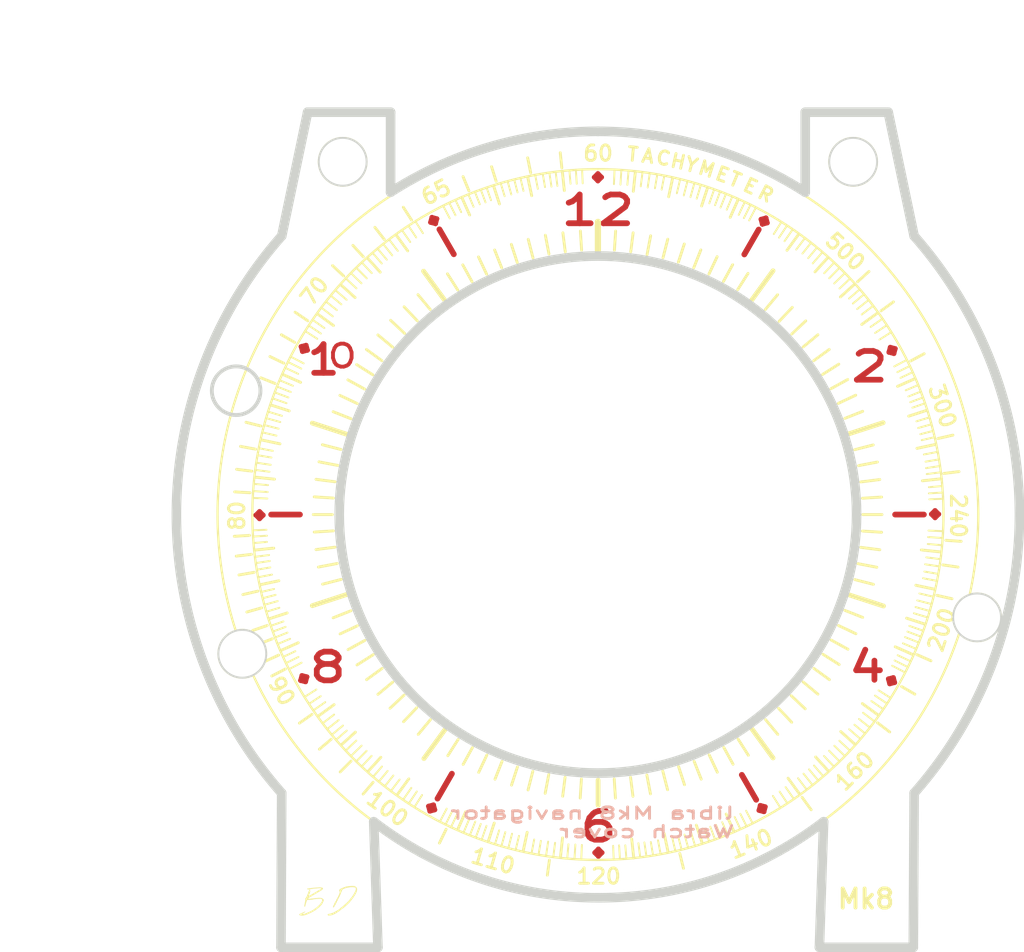
<source format=kicad_pcb>
(kicad_pcb (version 20211014) (generator pcbnew)
  (layers (0 "F.Cu" signal) (31 "B.Cu" signal) (34 "B.Paste" user) (35 "F.Paste" user) (36 "B.SilkS" user "B.Silkscreen") (37 "F.SilkS" user "F.Silkscreen") (38 "B.Mask" user) (39 "F.Mask" user) (44 "Edge.Cuts" user))
  (net 0 "")
  (footprint "BartLib_Logo:BD_small 3.5x2.6" (layer "F.Cu") (at 137.069147 115.256866)
    (fp_text reference "G***" hide)
    (fp_text value "LOGO" hide)
  )
  (gr_circle (center 164.46 76.68) (end 165.66 76.68) (layer "F.SilkS") (width 0.2) (fill none))
  (gr_circle (center 151.14 95.1) (end 152.41 77.11) (layer "F.SilkS") (width 0.12) (fill none))
  (gr_circle (center 151.14 95.1) (end 151.01 75.25) (layer "F.SilkS") (width 0.12) (fill none))
  (gr_circle (center 170.93 100.47) (end 172.13 100.47) (layer "F.SilkS") (width 0.2) (fill none))
  (gr_circle (center 132.58 102.37) (end 133.78 102.37) (layer "F.SilkS") (width 0.2) (fill none))
  (gr_circle (center 137.82 76.68) (end 139.02 76.68) (layer "F.SilkS") (width 0.2) (fill none))
  (gr_arc (start 167.643267 80.553709) (mid 173.138918 95.100001) (end 167.643266 109.646293) (layer "Edge.Cuts") (width 0.5))
  (gr_arc (start 151.18 115.11) (mid 144.981345 114.096892) (end 139.44 111.14) (layer "Edge.Cuts") (width 0.5))
  (gr_line (start 162.92 111.14) (end 162.7 117.7) (layer "Edge.Cuts") (width 0.5))
  (gr_arc (start 151.14 75.09) (mid 156.77909 75.901022) (end 161.961066 78.268344) (layer "Edge.Cuts") (width 0.5))
  (gr_circle (center 151.14 95.1) (end 164.64 95.1) (layer "Edge.Cuts") (width 0.5) (fill none))
  (gr_line (start 166.29 74.09) (end 167.643267 80.553709) (layer "Edge.Cuts") (width 0.5))
  (gr_circle (center 132.58 102.37) (end 133.78 102.37) (layer "Edge.Cuts") (width 0.2) (fill none))
  (gr_line (start 167.643266 109.646293) (end 167.6 117.7) (layer "Edge.Cuts") (width 0.5))
  (gr_line (start 140.32 74.09) (end 140.32 78.27) (layer "Edge.Cuts") (width 0.5))
  (gr_line (start 140.32 74.09) (end 135.99 74.09) (layer "Edge.Cuts") (width 0.5))
  (gr_circle (center 170.93 100.47) (end 172.13 100.47) (layer "Edge.Cuts") (width 0.2) (fill none))
  (gr_line (start 161.96 74.09) (end 161.96 78.27) (layer "Edge.Cuts") (width 0.5))
  (gr_line (start 139.66 117.7) (end 134.6 117.7) (layer "Edge.Cuts") (width 0.5))
  (gr_arc (start 162.92 111.14) (mid 157.378655 114.096893) (end 151.18 115.11) (layer "Edge.Cuts") (width 0.5))
  (gr_line (start 139.66 117.7) (end 139.44 111.14) (layer "Edge.Cuts") (width 0.5))
  (gr_line (start 162.7 117.7) (end 167.6 117.7) (layer "Edge.Cuts") (width 0.5))
  (gr_arc (start 140.318935 78.268344) (mid 145.500911 75.901022) (end 151.14 75.09) (layer "Edge.Cuts") (width 0.5))
  (gr_line (start 134.636734 109.646293) (end 134.6 117.7) (layer "Edge.Cuts") (width 0.5))
  (gr_line (start 135.99 74.09) (end 134.640001 80.550001) (layer "Edge.Cuts") (width 0.5))
  (gr_circle (center 137.82 76.68) (end 139.02 76.68) (layer "Edge.Cuts") (width 0.2) (fill none))
  (gr_arc (start 134.636734 109.646293) (mid 129.141081 95.09753) (end 134.640001 80.550001) (layer "Edge.Cuts") (width 0.5))
  (gr_circle (center 164.46 76.68) (end 165.66 76.68) (layer "Edge.Cuts") (width 0.2) (fill none))
  (gr_circle (center 132.259998 88.631545) (end 133.529998 88.631545) (layer "Edge.Cuts") (width 0.2) (fill none))
  (gr_line (start 161.96 74.09) (end 166.29 74.09) (layer "Edge.Cuts") (width 0.5))
  (gr_text "I" (at 167.33 95.1 -90) (layer "F.Cu") (effects (font (size 1.5 2) (thickness 0.3))))
  (gr_text "." (at 167.9189 85.7068 -60) (layer "F.Cu") (effects (font (size 4 4) (thickness 0.25))))
  (gr_text "." (at 151.1654 111.1079) (layer "F.Cu") (effects (font (size 4 4) (thickness 0.25))))
  (gr_text "1" (at 136.82 87.02) (layer "F.Cu") (effects (font (size 1.5 1.7) (thickness 0.3))))
  (gr_text "I" (at 158.99 109.28 210) (layer "F.Cu") (effects (font (size 1.5 2) (thickness 0.3))))
  (gr_text "8" (at 137.04 103.08) (layer "F.Cu") (effects (font (size 1.5 2) (thickness 0.3))))
  (gr_text "." (at 135.1275 95.1302 -90) (layer "F.Cu") (effects (font (size 4 4) (thickness 0.25))))
  (gr_text "." (at 134.3611 104.4932 120) (layer "F.Cu") (effects (font (size 4 4) (thickness 0.25))))
  (gr_text "." (at 151.14 75.84) (layer "F.Cu") (effects (font (size 4 4) (thickness 0.25))))
  (gr_text "." (at 141.7468 78.3211 30) (layer "F.Cu") (effects (font (size 4 4) (thickness 0.25))))
  (gr_text "2" (at 165.32 87.38) (layer "F.Cu") (effects (font (size 1.5 2) (thickness 0.3))))
  (gr_text "." (at 170.3827 95.0794 -90) (layer "F.Cu") (effects (font (size 4 4) (thickness 0.25))))
  (gr_text "." (at 160.5332 111.8789 210) (layer "F.Cu") (effects (font (size 4 4) (thickness 0.25))))
  (gr_text "4" (at 165.19 103.05) (layer "F.Cu") (effects (font (size 1.5 2) (thickness 0.3))))
  (gr_text "I" (at 143.18 109.22 150) (layer "F.Cu") (effects (font (size 1.5 2) (thickness 0.3))))
  (gr_text "." (at 141.64 111.85 150) (layer "F.Cu") (effects (font (size 4 4) (thickness 0.25))))
  (gr_text "." (at 160.64 78.35 -30) (layer "F.Cu") (effects (font (size 4 4) (thickness 0.25))))
  (gr_text "I" (at 143.28 80.92 30) (layer "F.Cu") (effects (font (size 1.5 2) (thickness 0.3))))
  (gr_text "I" (at 134.91 95.1 90) (layer "F.Cu") (effects (font (size 1.5 2) (thickness 0.3))))
  (gr_text "0" (at 137.8 86.83) (layer "F.Cu") (effects (font (size 1.2 1.7) (thickness 0.2))))
  (gr_text "I" (at 159.12 80.93 -30) (layer "F.Cu") (effects (font (size 1.5 2) (thickness 0.3))))
  (gr_text "6" (at 151.17 111.4) (layer "F.Cu") (effects (font (size 1.5 2) (thickness 0.3))))
  (gr_text "." (at 167.89 104.6 240) (layer "F.Cu") (effects (font (size 4 4) (thickness 0.25))))
  (gr_text "." (at 134.39 85.6 60) (layer "F.Cu") (effects (font (size 4 4) (thickness 0.25))))
  (gr_text "12" (at 151.14 79.21) (layer "F.Cu") (effects (font (size 1.5 2) (thickness 0.3))))
  (gr_text "libra Mk8 navigator\nWatch cover" (at 158.36 111.18) (layer "B.SilkS") (effects (font (size 0.6 1)) (justify left mirror)))
  (gr_text "I" (at 167.0553 87.5229 -63.6) (layer "F.SilkS") (effects (font (size 0.7 0.8) (thickness 0.1))))
  (gr_text "I" (at 168.6739 96.6643 265.2) (layer "F.SilkS") (effects (font (size 0.7 0.8) (thickness 0.1))))
  (gr_text "I" (at 141.2191 109.6367 145.2) (layer "F.SilkS") (effects (font (size 0.7 0.8) (thickness 0.1))))
  (gr_text "I" (at 149.37 109.27 172.8) (layer "F.SilkS") (effects (font (size 1 0.8))))
  (gr_text "I" (at 167.0737 102.5825 244.8) (layer "F.SilkS") (effects (font (size 0.7 0.8) (thickness 0.1))))
  (gr_text "I" (at 167.6395 88.8183 -68.4) (layer "F.SilkS") (effects (font (size 0.7 0.8) (thickness 0.1))))
  (gr_text "I" (at 147.56 76.9 -348.6) (layer "F.SilkS") (effects (font (size 0.8 0.8))))
  (gr_text "I" (at 141.1626 80.6071 34.8) (layer "F.SilkS") (effects (font (size 0.7 0.8) (thickness 0.1))))
  (gr_text "I" (at 138.17 89.11 64.8) (layer "F.SilkS") (effects (font (size 1 0.8))))
  (gr_text "I" (at 146.5785 112.0751 165.6) (layer "F.SilkS") (effects (font (size 0.7 0.8) (thickness 0.1))))
  (gr_text "70" (at 136.35 83.43 -308.4) (layer "F.SilkS") (effects (font (size 0.8 0.8))))
  (gr_text "I" (at 168.6174 92.9458 -82.8) (layer "F.SilkS") (effects (font (size 0.7 0.8) (thickness 0.1))))
  (gr_text "I" (at 134.584 89.1796 70.8) (layer "F.SilkS") (effects (font (size 0.7 0.8) (thickness 0.1))))
  (gr_text "I" (at 144.8583 78.6005 21.6) (layer "F.SilkS") (effects (font (size 0.7 0.8) (thickness 0.1))))
  (gr_text "I" (at 165.31 93.34 277.2) (layer "F.SilkS") (effects (font (size 1 0.8))))
  (gr_text "300" (at 169.12 89.44 -72) (layer "F.SilkS") (effects (font (size 0.8 0.8))))
  (gr_text "160" (at 164.54 108.49 -315) (layer "F.SilkS") (effects (font (size 0.8 0.8))))
  (gr_text "I" (at 165.4 94.22 273.6) (layer "F.SilkS") (effects (font (size 1 0.8))))
  (gr_text "I" (at 136.4058 104.7599 123.6) (layer "F.SilkS") (effects (font (size 0.7 0.8) (thickness 0.1))))
  (gr_text "I" (at 135.3714 87.3381 63.6) (layer "F.SilkS") (effects (font (size 0.7 0.8) (thickness 0.1))))
  (gr_text "I" (at 157.1169 111.7011 200.4) (layer "F.SilkS") (effects (font (size 0.7 0.8) (thickness 0.1))))
  (gr_text "I" (at 143.6 107.23 147.6) (layer "F.SilkS") (effects (font (size 1 0.8))))
  (gr_text "I" (at 152.2655 112.6917 183.6) (layer "F.SilkS") (effects (font (size 0.7 0.8) (thickness 0.1))))
  (gr_text "I" (at 147.9444 77.775 10.8) (layer "F.SilkS") (effects (font (size 0.7 0.8) (thickness 0.1))))
  (gr_text "I" (at 139.1109 107.9349 136.8) (layer "F.SilkS") (effects (font (size 0.7 0.8) (thickness 0.1))))
  (gr_text "I" (at 149.22 76.64 -354) (layer "F.SilkS") (effects (font (size 0.8 0.8))))
  (gr_text "I" (at 137.09 97.74 100.8) (layer "F.SilkS") (effects (font (size 1 0.8))))
  (gr_text "I" (at 132.92 91.62 -280.5) (layer "F.SilkS") (effects (font (size 0.8 0.8))))
  (gr_text "I" (at 157.4217 111.5995 201.6) (layer "F.SilkS") (effects (font (size 0.7 0.8) (thickness 0.1))))
  (gr_text "I" (at 151.14 80.64) (layer "F.SilkS") (effects (font (size 1.5 1.5) (thickness 0.325))))
  (gr_text "I" (at 136.9716 84.9632 54) (layer "F.SilkS") (effects (font (size 1 0.8))))
  (gr_text "I" (at 139.4735 82.1057 42) (layer "F.SilkS") (effects (font (size 1 0.8))))
  (gr_text "I" (at 143.06 111.86 -205.8) (layer "F.SilkS") (effects (font (size 0.8 0.8))))
  (gr_text "C" (at 154.56 76.49 350) (layer "F.SilkS") (effects (font (size 0.7 0.7))))
  (gr_text "I" (at 154.16988 77.74644 -9.6) (layer "F.SilkS") (effects (font (size 0.7 0.8) (thickness 0.1))))
  (gr_text "I" (at 144.27 77.86 -337.5) (layer "F.SilkS") (effects (font (size 0.8 0.8))))
  (gr_text "I" (at 162.78 103.4 234) (layer "F.SilkS") (effects (font (size 1 0.8))))
  (gr_text "I" (at 159.64 83.25 324) (layer "F.SilkS") (effects (font (size 2 1.5) (thickness 0.25))))
  (gr_text "60" (at 151.15 76.24) (layer "F.SilkS") (effects (font (size 0.8 0.8))))
  (gr_text "I" (at 158.9019 79.3314 -26.4) (layer "F.SilkS") (effects (font (size 0.7 0.8) (thickness 0.1))))
  (gr_text "I" (at 136.97 96.86 97.2) (layer "F.SilkS") (effects (font (size 1 0.8))))
  (gr_text "I" (at 141.22 79.42 -327.3) (layer "F.SilkS") (effects (font (size 0.8 0.8))))
  (gr_text "I" (at 155.4151 112.2345 194.4) (layer "F.SilkS") (effects (font (size 0.7 0.8) (thickness 0.1))))
  (gr_text "I" (at 169.66 96.47 -93.9) (layer "F.SilkS") (effects (font (size 0.8 0.8))))
  (gr_text "I" (at 133.5483 96.5557 94.8) (layer "F.SilkS") (effects (font (size 0.7 0.8) (thickness 0.1))))
  (gr_text "I" (at 136.6033 85.1791 55.2) (layer "F.SilkS") (effects (font (size 0.7 0.8) (thickness 0.1))))
  (gr_text "I" (at 133.7458 92.4562 81.6) (layer "F.SilkS") (effects (font (size 0.7 0.8) (thickness 0.1))))
  (gr_text "I" (at 134.5389 101.0769 110.4) (layer "F.SilkS") (effects (font (size 0.7 0.8) (thickness 0.1))))
  (gr_text "I" (at 148.6683 77.6607 8.4) (layer "F.SilkS") (effects (font (size 0.7 0.8) (thickness 0.1))))
  (gr_text "I" (at 145.95 81.79 21.6) (layer "F.SilkS") (effects (font (size 1 0.8))))
  (gr_text "I" (at 142.68 83.27 36) (layer "F.SilkS") (effects (font (size 2 1.5) (thickness 0.25))))
  (gr_text "I" (at 158.6225 79.1663 -25.2) (layer "F.SilkS") (effects (font (size 0.7 0.8) (thickness 0.1))))
  (gr_text "I" (at 166.1028 85.7957 -57.6) (layer "F.SilkS") (effects (font (size 0.7 0.8) (thickness 0.1))))
  (gr_text "65" (at 142.69 78.27 -332.4) (layer "F.SilkS") (effects (font (size 0.8 0.8))))
  (gr_text "I" (at 137.83 100.29 111.6) (layer "F.SilkS") (effects (font (size 1 0.8))))
  (gr_text "I" (at 137.3 98.6 104.4) (layer "F.SilkS") (effects (font (size 1 0.8))))
  (gr_text "I" (at 151.15 109.56 180) (layer "F.SilkS") (effects (font (size 1.3 1.5) (thickness 0.25))))
  (gr_text "I" (at 165.6767 105.0209 235.2) (layer "F.SilkS") (effects (font (size 0.7 0.8) (thickness 0.1))))
  (gr_text "I" (at 148.49 109.12 169.2) (layer "F.SilkS") (effects (font (size 1 0.8))))
  (gr_text "I" (at 163.1621 107.9419 223.2) (layer "F.SilkS") (effects (font (size 0.7 0.8) (thickness 0.1))))
  (gr_text "I" (at 139.01 87.56 57.6) (layer "F.SilkS") (effects (font (size 1 0.8))))
  (gr_text "I" (at 159.1813 79.4584 -27.6) (layer "F.SilkS") (effects (font (size 0.7 0.8) (thickness 0.1))))
  (gr_text "I" (at 139.9618 108.735 140.4) (layer "F.SilkS") (effects (font (size 0.7 0.8) (thickness 0.1))))
  (gr_text "I" (at 153.78 109.15 190.8) (layer "F.SilkS") (effects (font (size 1 0.8))))
  (gr_text "I" (at 149.2455 112.4307 174) (layer "F.SilkS") (effects (font (size 1 0.8))))
  (gr_text "I" (at 145.15 108.07 154.8) (layer "F.SilkS") (effects (font (size 1 0.8))))
  (gr_text "I" (at 137.2637 84.2266 51.6) (layer "F.SilkS") (effects (font (size 0.7 0.8) (thickness 0.1))))
  (gr_text "I" (at 168.2745 90.8249 -75.6) (layer "F.SilkS") (effects (font (size 0.7 0.8) (thickness 0.1))))
  (gr_text "I" (at 133.81 101.72 -248.4) (layer "F.SilkS") (effects (font (size 0.8 0.8))))
  (gr_text "I" (at 137.27 90.66 72) (layer "F.SilkS") (effects (font (size 2 1.5) (thickness 0.25))))
  (gr_text "I" (at 157.13 82.13 334.8) (layer "F.SilkS") (effects (font (size 1 0.8))))
  (gr_text "I" (at 136.88 95.98 93.6) (layer "F.SilkS") (effects (font (size 1 0.8))))
  (gr_text "I" (at 157.7519 111.4598 202.8) (layer "F.SilkS") (effects (font (size 0.7 0.8) (thickness 0.1))))
  (gr_text "I" (at 133.77 96.9 96) (layer "F.SilkS") (effects (font (size 1 0.8))))
  (gr_text "I" (at 156.0571 78.2138 -15.6) (layer "F.SilkS") (effects (font (size 0.7 0.8) (thickness 0.1))))
  (gr_text "I" (at 140.69 104.84 133.2) (layer "F.SilkS") (effects (font (size 1 0.8))))
  (gr_text "I" (at 156.4184 111.7519 198) (layer "F.SilkS") (effects (font (size 1 0.8))))
  (gr_text "I" (at 137.12 92.45 79.2) (layer "F.SilkS") (effects (font (size 1 0.8))))
  (gr_text "I" (at 165.4 95.99 266.4) (layer "F.SilkS") (effects (font (size 1 0.8))))
  (gr_text "I" (at 168.42244 98.48548 259.2) (layer "F.SilkS") (effects (font (size 0.7 0.8) (thickness 0.1))))
  (gr_text "I" (at 135 85.93 -300) (layer "F.SilkS") (effects (font (size 0.8 0.8))))
  (gr_text "I" (at 133.9293 99.0576 103.2) (layer "F.SilkS") (effects (font (size 0.7 0.8) (thickness 0.1))))
  (gr_text "I" (at 165.01 99.54 252) (layer "F.SilkS") (effects (font (size 2 1.5) (thickness 0.25))))
  (gr_text "I" (at 141.8357 80.1372 32.4) (layer "F.SilkS") (effects (font (size 0.7 0.8) (thickness 0.1))))
  (gr_text "I" (at 164.6931 83.878 -50.4) (layer "F.SilkS") (effects (font (size 0.7 0.8) (thickness 0.1))))
  (gr_text "I" (at 167.6833 100.6521 252) (layer "F.SilkS") (effects (font (size 1 0.8))))
  (gr_text "I" (at 157.9875 78.8869 -22.8) (layer "F.SilkS") (effects (font (size 0.7 0.8) (thickness 0.1))))
  (gr_text "I" (at 157.0604 78.544 -19.2) (layer "F.SilkS") (effects (font (size 0.7 0.8) (thickness 0.1))))
  (gr_text "I" (at 164.4956 106.5195 229.2) (layer "F.SilkS") (effects (font (size 0.7 0.8) (thickness 0.1))))
  (gr_text "I" (at 156.1009 112.0313 196.8) (layer "F.SilkS") (effects (font (size 0.7 0.8) (thickness 0.1))))
  (gr_text "I" (at 146.5347 78.0798 15.6) (layer "F.SilkS") (effects (font (size 0.7 0.8) (thickness 0.1))))
  (gr_text "110" (at 145.67 113.19 -16.3) (layer "F.SilkS") (effects (font (size 0.8 0.8))))
  (gr_text "I" (at 158.7171 111.0153 206.4) (layer "F.SilkS") (effects (font (size 0.7 0.8) (thickness 0.1))))
  (gr_text "I" (at 153.4155 77.6423 -7.2) (layer "F.SilkS") (effects (font (size 0.7 0.8) (thickness 0.1))))
  (gr_text "I" (at 135.92 105.74 -234.9) (layer "F.SilkS") (effects (font (size 0.8 0.8))))
  (gr_text "I" (at 145.14 82.14 25.2) (layer "F.SilkS") (effects (font (size 1 0.8))))
  (gr_text "I" (at 147.5888 78.0036 12) (layer "F.SilkS") (effects (font (size 1 0.8))))
  (gr_text "I" (at 139.1179 82.2581 43.2) (layer "F.SilkS") (effects (font (size 0.7 0.8) (thickness 0.1))))
  (gr_text "I" (at 168.7317 93.9745 -86.4) (layer "F.SilkS") (effects (font (size 0.7 0.8) (thickness 0.1))))
  (gr_text "I" (at 140.5022 81.077 37.2) (layer "F.SilkS") (effects (font (size 0.7 0.8) (thickness 0.1))))
  (gr_text "I" (at 168.5793 92.6283 -81.6) (layer "F.SilkS") (effects (font (size 0.7 0.8) (thickness 0.1))))
  (gr_text "I" (at 139.66 108.5 139.2) (layer "F.SilkS") (effects (font (size 0.7 0.8) (thickness 0.1))))
  (gr_text "I" (at 168.69 96.296 266.4) (layer "F.SilkS") (effects (font (size 0.7 0.8) (thickness 0.1))))
  (gr_text "I" (at 140.08 86.07 50.4) (layer "F.SilkS") (effects (font (size 1 0.8))))
  (gr_text "I" (at 168.5342 97.7438 261.6) (layer "F.SilkS") (effects (font (size 0.7 0.8) (thickness 0.1))))
  (gr_text "I" (at 169.19 99.4 -102.8) (layer "F.SilkS") (effects (font (size 0.8 0.8))))
  (gr_text "I" (at 143.0987 110.7416 152.4) (layer "F.SilkS") (effects (font (size 0.7 0.8) (thickness 0.1))))
  (gr_text "I" (at 161.59 85.36 313.2) (layer "F.SilkS") (effects (font (size 1 0.8))))
  (gr_text "I" (at 154.65 81.25 345.6) (layer "F.SilkS") (effects (font (size 1 0.8))))
  (gr_text "I" (at 168.3507 91.1424 -76.8) (layer "F.SilkS") (effects (font (size 0.7 0.8) (thickness 0.1))))
  (gr_text "I" (at 167.78 86.91 -61.7) (layer "F.SilkS") (effects (font (size 0.8 0.8))))
  (gr_text "I" (at 132.6 96.21 -266.7) (layer "F.SilkS") (effects (font (size 0.8 0.8))))
  (gr_text "200" (at 169.08 101.11 -288) (layer "F.SilkS") (effects (font (size 0.8 0.8))))
  (gr_text "I" (at 150.26 80.84 3.6) (layer "F.SilkS") (effects (font (size 1 0.8))))
  (gr_text "I" (at 138.5718 82.8042 45.6) (layer "F.SilkS") (effects (font (size 0.7 0.8) (thickness 0.1))))
  (gr_text "I" (at 136.2223 85.7506 57.6) (layer "F.SilkS") (effects (font (size 0.7 0.8) (thickness 0.1))))
  (gr_text "I" (at 138 108.23 -225) (layer "F.SilkS") (effects (font (size 0.8 0.8))))
  (gr_text "I" (at 140.5968 109.1922 142.8) (layer "F.SilkS") (effects (font (size 0.7 0.8) (thickness 0.1))))
  (gr_text "I" (at 161.3333 109.2373 216) (layer "F.SilkS") (effects (font (size 1 0.8))))
  (gr_text "I" (at 139.77 80.45 -322.2) (layer "F.SilkS") (effects (font (size 0.8 0.8))))
  (gr_text "I" (at 162.0699 108.8817 218.4) (layer "F.SilkS") (effects (font (size 0.7 0.8) (thickness 0.1))))
  (gr_text "E" (at 159.1 77.96 -25) (layer "F.SilkS") (effects (font (size 0.7 0.7))))
  (gr_text "I" (at 165.42 95.1 270) (layer "F.SilkS") (effects (font (size 1 0.8))))
  (gr_text "I" (at 158.7 107.21 212.4) (layer "F.SilkS") (effects (font (size 1 0.8))))
  (gr_text "I" (at 166.0577 104.4494 237.6) (layer "F.SilkS") (effects (font (size 0.7 0.8) (thickness 0.1))))
  (gr_text "I" (at 136.1772 104.4043 122.4) (layer "F.SilkS") (effects (font (size 0.7 0.8) (thickness 0.1))))
  (gr_text "I" (at 135.2063 87.6175 64.8) (layer "F.SilkS") (effects (font (size 0.7 0.8) (thickness 0.1))))
  (gr_text "I" (at 140.2666 108.9763 141.6) (layer "F.SilkS") (effects (font (size 0.7 0.8) (thickness 0.1))))
  (gr_text "I" (at 132.7 97.22 -263.4) (layer "F.SilkS") (effects (font (size 0.8 0.8))))
  (gr_text "I" (at 164.45 100.27 248.4) (layer "F.SilkS") (effects (font (size 1 0.8))))
  (gr_text "I" (at 134.42 87.04 -295.8) (layer "F.SilkS") (effects (font (size 0.8 0.8))))
  (gr_text "I" (at 133.815 98.2956 100.8) (layer "F.SilkS") (effects (font (size 0.7 0.8) (thickness 0.1))))
  (gr_text "I" (at 134.6405 101.3817 111.6) (layer "F.SilkS") (effects (font (size 0.7 0.8) (thickness 0.1))))
  (gr_text "I" (at 134.8126 88.5827 68.4) (layer "F.SilkS") (effects (font (size 0.7 0.8) (thickness 0.1))))
  (gr_text "I" (at 158.68 82.97 327.6) (layer "F.SilkS") (effects (font (size 1 0.8))))
  (gr_text "I" (at 138.57 88.33 61.2) (layer "F.SilkS") (effects (font (size 1 0.8))))
  (gr_text "I" (at 144.6227 111.4274 158.4) (layer "F.SilkS") (effects (font (size 0.7 0.8) (thickness 0.1))))
  (gr_text "I" (at 149.5757 112.6339 175.2) (layer "F.SilkS") (effects (font (size 0.7 0.8) (thickness 0.1))))
  (gr_text "I" (at 168.0262 100.0171 254.4) (layer "F.SilkS") (effects (font (size 0.7 0.8) (thickness 0.1))))
  (gr_text "I" (at 134.2087 100.0609 106.8) (layer "F.SilkS") (effects (font (size 0.7 0.8) (thickness 0.1))))
  (gr_text "I" (at 153.9546 112.5139 189.6) (layer "F.SilkS") (effects (font (size 0.7 0.8) (thickness 0.1))))
  (gr_text "I" (at 149.34 77.73 6) (layer "F.SilkS") (effects (font (size 1 0.8))))
  (gr_text "I" (at 146.1791 78.1687 16.8) (layer "F.SilkS") (effects (font (size 0.7 0.8) (thickness 0.1))))
  (gr_text "I" (at 162.6287 108.4499 220.8) (layer "F.SilkS") (effects (font (size 0.7 0.8) (thickness 0.1))))
  (gr_text "I" (at 165.163 84.4622 -52.8) (layer "F.SilkS") (effects (font (size 0.7 0.8) (thickness 0.1))))
  (gr_text "I" (at 149.944 112.65 176.4) (layer "F.SilkS") (effects (font (size 0.7 0.8) (thickness 0.1))))
  (gr_text "I" (at 140.72 85.33 46.8) (layer "F.SilkS") (effects (font (size 1 0.8))))
  (gr_text "I" (at 133.24 100.07 -254.1) (layer "F.SilkS") (effects (font (size 0.8 0.8))))
  (gr_text "I" (at 164.98 91.6 284.4) (layer "F.SilkS") (effects (font (size 1 0.8))))
  (gr_text "I" (at 134.0055 99.3751 104.4) (layer "F.SilkS") (effects (font (size 0.7 0.8) (thickness 0.1))))
  (gr_text "Y" (at 156.02 76.84 -15) (layer "F.SilkS") (effects (font (size 0.7 0.7))))
  (gr_text "I" (at 143.2581 79.3498 27.6) (layer "F.SilkS") (effects (font (size 0.7 0.8) (thickness 0.1))))
  (gr_text "I" (at 136.88 94.21 86.4) (layer "F.SilkS") (effects (font (size 1 0.8))))
  (gr_text "I" (at 134.4246 100.7848 109.2) (layer "F.SilkS") (effects (font (size 0.7 0.8) (thickness 0.1))))
  (gr_text "I" (at 167.2204 87.8277 -64.8) (layer "F.SilkS") (effects (font (size 0.7 0.8) (thickness 0.1))))
  (gr_text "I" (at 145.97 108.41 158.4) (layer "F.SilkS") (effects (font (size 1 0.8))))
  (gr_text "I" (at 135.2247 102.6771 116.4) (layer "F.SilkS") (effects (font (size 0.7 0.8) (thickness 0.1))))
  (gr_text "I" (at 145.8927 111.8973 163.2) (layer "F.SilkS") (effects (font (size 0.7 0.8) (thickness 0.1))))
  (gr_text "I" (at 164.99 98.61 255.6) (layer "F.SilkS") (effects (font (size 1 0.8))))
  (gr_text "I" (at 154.64 108.94 194.4) (layer "F.SilkS") (effects (font (size 1 0.8))))
  (gr_text "I" (at 144.2614 79.045 24) (layer "F.SilkS") (effects (font (size 1 0.8))))
  (gr_text "I" (at 164.96 82.7 -48) (layer "F.SilkS") (effects (font (size 0.8 0.8))))
  (gr_text "I" (at 150.332 77.4829 2.4) (layer "F.SilkS") (effects (font (size 0.7 0.8) (thickness 0.1))))
  (gr_text "I" (at 163.9749 107.1291 226.8) (layer "F.SilkS") (effects (font (size 0.7 0.8) (thickness 0.1))))
  (gr_text "I" (at 135.3898 102.9819 117.6) (layer "F.SilkS") (effects (font (size 0.7 0.8) (thickness 0.1))))
  (gr_text "I" (at 160.4443 110.0628 212.4) (layer "F.SilkS") (effects (font (size 0.7 0.8) (thickness 0.1))))
  (gr_text "I" (at 148.56 113.5 -187.8) (layer "F.SilkS") (effects (font (size 0.8 0.8))))
  (gr_text "I" (at 165.19 92.46 280.8) (layer "F.SilkS") (effects (font (size 1 0.8))))
  (gr_text "I" (at 154.3356 112.425 190.8) (layer "F.SilkS") (effects (font (size 0.7 0.8) (thickness 0.1))))
  (gr_text "I" (at 168.12 102.56 -113.7) (layer "F.SilkS") (effects (font (size 0.8 0.8))))
  (gr_text "I" (at 167.5944 101.3252 249.6) (layer "F.SilkS") (effects (font (size 0.7 0.8) (thickness 0.1))))
  (gr_text "I" (at 146.8649 77.9655 14.4) (layer "F.SilkS") (effects (font (size 0.7 0.8) (thickness 0.1))))
  (gr_text "I" (at 138.65 81.37 -317.7) (layer "F.SilkS") (effects (font (size 0.8 0.8))))
  (gr_text "I" (at 132.62 93.94 -273.3) (layer "F.SilkS") (effects (font (size 0.8 0.8))))
  (gr_text "I" (at 134.0506 90.9068 76.8) (layer "F.SilkS") (effects (font (size 0.7 0.8) (thickness 0.1))))
  (gr_text "I" (at 133.8093 93.2055 84) (layer "F.SilkS") (effects (font (size 1 0.8))))
  (gr_text "I" (at 162.7754 82.0873 -42) (layer "F.SilkS") (effects (font (size 1 0.8))))
  (gr_text "I" (at 158.2288 79.1663 -24) (layer "F.SilkS") (effects (font (size 1 0.8))))
  (gr_text "I" (at 152.336 77.55 -3.6) (layer "F.SilkS") (effects (font (size 0.7 0.8) (thickness 0.1))))
  (gr_text "I" (at 163.1691 82.2651 -43.2) (layer "F.SilkS") (effects (font (size 0.7 0.8) (thickness 0.1))))
  (gr_text "I" (at 165.6329 85.1226 -55.2) (layer "F.SilkS") (effects (font (size 0.7 0.8) (thickness 0.1))))
  (gr_text "I" (at 147.63 108.95 165.6) (layer "F.SilkS") (effects (font (size 1 0.8))))
  (gr_text "I" (at 134.51 103.33 -242.7) (layer "F.SilkS") (effects (font (size 0.8 0.8))))
  (gr_text "I" (at 155.5 113.15 -166.2) (layer "F.SilkS") (effects (font (size 0.8 0.8))))
  (gr_text "I" (at 146.8 108.71 162) (layer "F.SilkS") (effects (font (size 1 0.8))))
  (gr_text "I" (at 161.1174 109.5929 214.8) (layer "F.SilkS") (effects (font (size 0.7 0.8) (thickness 0.1))))
  (gr_text "I" (at 142.11 106.16 140.4) (layer "F.SilkS") (effects (font (size 1 0.8))))
  (gr_text "I" (at 134.15 102.59 -245.4) (layer "F.SilkS") (effects (font (size 0.8 0.8))))
  (gr_text "I" (at 139.5 86.8 54) (layer "F.SilkS") (effects (font (size 1 0.8))))
  (gr_text "I" (at 166.9086 102.8619 243.6) (layer "F.SilkS") (effects (font (size 0.7 0.8) (thickness 0.1))))
  (gr_text "I" (at 168.5539 92.2854 -80.4) (layer "F.SilkS") (effects (font (size 0.7 0.8) (thickness 0.1))))
  (gr_text "I" (at 144.5281 78.7402 22.8) (layer "F.SilkS") (effects (font (size 0.7 0.8) (thickness 0.1))))
  (gr_text "I" (at 145.2196 111.656 160.8) (layer "F.SilkS") (effects (font (size 0.7 0.8) (thickness 0.1))))
  (gr_text "I" (at 151.948 112.7171 182.4) (layer "F.SilkS") (effects (font (size 0.7 0.8) (thickness 0.1))))
  (gr_text "I" (at 138.5775 107.3888 134.4) (layer "F.SilkS") (effects (font (size 0.7 0.8) (thickness 0.1))))
  (gr_text "I" (at 161.0609 80.5633 -34.8) (layer "F.SilkS") (effects (font (size 0.7 0.8) (thickness 0.1))))
  (gr_text "I" (at 162.2 86.06 309.6) (layer "F.SilkS") (effects (font (size 1 0.8))))
  (gr_text "I" (at 154.6912 112.1964 192) (layer "F.SilkS") (effects (font (size 1 0.8))))
  (gr_text "I" (at 164.9217 84.1701 -51.6) (layer "F.SilkS") (effects (font (size 0.7 0.8) (thickness 0.1))))
  (gr_text "I" (at 161.7778 109.123 217.2) (layer "F.SilkS") (effects (font (size 0.7 0.8) (thickness 0.1))))
  (gr_text "I" (at 142.1 84.04 39.6) (layer "F.SilkS") (effects (font (size 1 0.8))))
  (gr_text "I" (at 135.7 84.78 -304.2) (layer "F.SilkS") (effects (font (size 0.8 0.8))))
  (gr_text "240" (at 169.95 95.16 -90) (layer "F.SilkS") (effects (font (size 0.8 0.8))))
  (gr_text "I" (at 162.2 104.13 230.4) (layer "F.SilkS") (effects (font (size 1 0.8))))
  (gr_text "I" (at 136.4128 85.4712 56.4) (layer "F.SilkS") (effects (font (size 0.7 0.8) (thickness 0.1))))
  (gr_text "I" (at 133.7261 97.9146 99.6) (layer "F.SilkS") (effects (font (size 0.7 0.8) (thickness 0.1))))
  (gr_text "I" (at 137.0478 84.5568 52.8) (layer "F.SilkS") (effects (font (size 0.7 0.8) (thickness 0.1))))
  (gr_text "I" (at 163.25 87.54 302.4) (layer "F.SilkS") (effects (font (size 1 0.8))))
  (gr_text "I" (at 165.2322 105.6432 232.8) (layer "F.SilkS") (effects (font (size 0.7 0.8) (thickness 0.1))))
  (gr_text "I" (at 156.8248 111.8154 199.2) (layer "F.SilkS") (effects (font (size 0.7 0.8) (thickness 0.1))))
  (gr_text "I" (at 155.49 108.69 198) (layer "F.SilkS") (effects (font (size 1 0.8))))
  (gr_text "I" (at 136.97 93.33 82.8) (layer "F.SilkS") (effects (font (size 1 0.8))))
  (gr_text "I" (at 133.5483 96.2255 93.6) (layer "F.SilkS") (effects (font (size 0.7 0.8) (thickness 0.1))))
  (gr_text "I" (at 145.1631 78.4989 20.4) (layer "F.SilkS") (effects (font (size 0.7 0.8) (thickness 0.1))))
  (gr_text "I" (at 139.6513 81.7501 40.8) (layer "F.SilkS") (effects (font (size 0.7 0.8) (thickness 0.1))))
  (gr_text "I" (at 163.71 101.87 241.2) (layer "F.SilkS") (effects (font (size 1 0.8))))
  (gr_text "I" (at 140.2101 81.3183 38.4) (layer "F.SilkS") (effects (font (size 0.7 0.8) (thickness 0.1))))
  (gr_text "I" (at 134.6856 88.8748 69.6) (layer "F.SilkS") (effects (font (size 0.7 0.8) (thickness 0.1))))
  (gr_text "I" (at 137.29 91.59 75.6) (layer "F.SilkS") (effects (font (size 1 0.8))))
  (gr_text "I" (at 153.0345 77.7693 -6) (layer "F.SilkS") (effects (font (size 1 0.8))))
  (gr_text "I" (at 168.2294 99.2932 256.8) (layer "F.SilkS") (effects (font (size 0.7 0.8) (thickness 0.1))))
  (gr_text "I" (at 138.8512 82.5375 44.4) (layer "F.SilkS") (effects (font (size 0.7 0.8) (thickness 0.1))))
  (gr_text "I" (at 155.0976 112.3107 193.2) (layer "F.SilkS") (effects (font (size 0.7 0.8) (thickness 0.1))))
  (gr_text "I" (at 137.7844 83.6805 49.2) (layer "F.SilkS") (effects (font (size 0.7 0.8) (thickness 0.1))))
  (gr_text "I" (at 166.8902 87.2181 -62.4) (layer "F.SilkS") (effects (font (size 0.7 0.8) (thickness 0.1))))
  (gr_text "M" (at 156.82 77.07 -17.5) (layer "F.SilkS") (effects (font (size 0.7 0.7))))
  (gr_text "I" (at 140.08 104.14 129.6) (layer "F.SilkS") (effects (font (size 1 0.8))))
  (gr_text "I" (at 138.8442 107.6682 135.6) (layer "F.SilkS") (effects (font (size 0.7 0.8) (thickness 0.1))))
  (gr_text "I" (at 167.7919 89.8216 -72) (layer "F.SilkS") (effects (font (size 1 0.8))))
  (gr_text "I" (at 149.6843 77.5083 4.8) (layer "F.SilkS") (effects (font (size 0.7 0.8) (thickness 0.1))))
  (gr_text "I" (at 164.1343 83.4335 -48) (layer "F.SilkS") (effects (font (size 1 0.8))))
  (gr_text "I" (at 146.2229 111.9862 164.4) (layer "F.SilkS") (effects (font (size 0.7 0.8) (thickness 0.1))))
  (gr_text "I" (at 152.91 80.93 352.8) (layer "F.SilkS") (effects (font (size 1 0.8))))
  (gr_text "120" (at 151.18 113.99) (layer "F.SilkS") (effects (font (size 0.8 0.8))))
  (gr_text "I" (at 168.2364 91.5488 -78) (layer "F.SilkS") (effects (font (size 1 0.8))))
  (gr_text "500" (at 164.04 81.37 -43.2) (layer "F.SilkS") (effects (font (size 0.8 0.8))))
  (gr_text "I" (at 168.1602 90.4947 -74.4) (layer "F.SilkS") (effects (font (size 0.7 0.8) (thickness 0.1))))
  (gr_text "I" (at 161.6832 81.0078 -37.2) (layer "F.SilkS") (effects (font (size 0.7 0.8) (thickness 0.1))))
  (gr_text "I" (at 168.465 91.9044 -79.2) (layer "F.SilkS") (effects (font (size 0.7 0.8) (thickness 0.1))))
  (gr_text "I" (at 135.4984 87.0587 62.4) (layer "F.SilkS") (effects (font (size 0.7 0.8) (thickness 0.1))))
  (gr_text "E" (at 157.64 77.35 -20) (layer "F.SilkS") (effects (font (size 0.7 0.7))))
  (gr_text "I" (at 157.14 108.06 205.2) (layer "F.SilkS") (effects (font (size 1 0.8))))
  (gr_text "I" (at 133.5229 95.908 92.4) (layer "F.SilkS") (effects (font (size 0.7 0.8) (thickness 0.1))))
  (gr_text "I" (at 146.79 81.51 18) (layer "F.SilkS") (effects (font (size 1 0.8))))
  (gr_text "I" (at 140.9467 80.9627 36) (layer "F.SilkS") (effects (font (size 1 0.8))))
  (gr_text "I" (at 163.9819 83.0779 -46.8) (layer "F.SilkS") (effects (font (size 0.7 0.8) (thickness 0.1))))
  (gr_text "I" (at 167.4998 88.4881 -67.2) (layer "F.SilkS") (effects (font (size 0.7 0.8) (thickness 0.1))))
  (gr_text "I" (at 141.4 84.65 43.2) (layer "F.SilkS") (effects (font (size 1 0.8))))
  (gr_text "I" (at 152.9513 112.4885 186) (layer "F.SilkS") (effects (font (size 1 0.8))))
  (gr_text "I" (at 156.33 108.41 201.6) (layer "F.SilkS") (effects (font (size 1 0.8))))
  (gr_text "I" (at 156.6921 78.5567 -18) (layer "F.SilkS") (effects (font (size 1 0.8))))
  (gr_text "I" (at 138.58 101.89 118.8) (layer "F.SilkS") (effects (font (size 1 0.8))))
  (gr_text "I" (at 165.2773 84.9067 -54) (layer "F.SilkS") (effects (font (size 1 0.8))))
  (gr_text "I" (at 132.84 98.18 -260.1) (layer "F.SilkS") (effects (font (size 0.8 0.8))))
  (gr_text "I" (at 152.5957 112.6917 184.8) (layer "F.SilkS") (effects (font (size 0.7 0.8) (thickness 0.1))))
  (gr_text "I" (at 134.2538 90.1829 74.4) (layer "F.SilkS") (effects (font (size 0.7 0.8) (thickness 0.1))))
  (gr_text "I" (at 152.7043 77.5661 -4.8) (layer "F.SilkS") (effects (font (size 0.7 0.8) (thickness 0.1))))
  (gr_text "I" (at 144.35 82.54 28.8) (layer "F.SilkS") (effects (font (size 1 0.8))))
  (gr_text "I" (at 168.4707 96.9945 264) (layer "F.SilkS") (effects (font (size 1 0.8))))
  (gr_text "I" (at 133.6061 93.5357 85.2) (layer "F.SilkS") (effects (font (size 0.7 0.8) (thickness 0.1))))
  (gr_text "I" (at 148.11012 112.45356 170.4) (layer "F.SilkS") (effects (font (size 0.7 0.8) (thickness 0.1))))
  (gr_text "I" (at 137.117 105.7378 127.2) (layer "F.SilkS") (effects (font (size 0.7 0.8) (thickness 0.1))))
  (gr_text "I" (at 168.1151 99.6615 255.6) (layer "F.SilkS") (effects (font (size 0.7 0.8) (thickness 0.1))))
  (gr_text "I" (at 156.3873 78.3027 -16.8) (layer "F.SilkS") (effects (font (size 0.7 0.8) (thickness 0.1))))
  (gr_text "I" (at 155.3332 78.0106 -13.2) (layer "F.SilkS") (effects (font (size 0.7 0.8) (thickness 0.1))))
  (gr_text "I" (at 141.7906 110.0177 147.6) (layer "F.SilkS") (effects (font (size 0.7 0.8) (thickness 0.1))))
  (gr_text "I" (at 167.4674 101.6173 248.4) (layer "F.SilkS") (effects (font (size 0.7 0.8) (thickness 0.1))))
  (gr_text "I" (at 167.0737 102.1888 246) (layer "F.SilkS") (effects (font (size 1 0.8))))
  (gr_text "I" (at 141.37 105.52 136.8) (layer "F.SilkS") (effects (font (size 1 0.8))))
  (gr_text "I" (at 160.91 84.68 316.8) (layer "F.SilkS") (effects (font (size 1 0.8))))
  (gr_text "T" (at 152.96 76.29 -5) (layer "F.SilkS") (effects (font (size 0.7 0.7))))
  (gr_text "I" (at 147.3532 112.1386 168) (layer "F.SilkS") (effects (font (size 1 0.8))))
  (gr_text "I" (at 162.01 110.16 -144) (layer "F.SilkS") (effects (font (size 0.8 0.8))))
  (gr_text "I" (at 134.1014 91.3132 78) (layer "F.SilkS") (effects (font (size 1 0.8))))
  (gr_text "I" (at 147.1824 77.8893 13.2) (layer "F.SilkS") (effects (font (size 0.7 0.8) (thickness 0.1))))
  (gr_text "I" (at 143.5629 79.1847 26.4) (layer "F.SilkS") (effects (font (size 0.7 0.8) (thickness 0.1))))
  (gr_text "I" (at 137.83 89.93 68.4) (layer "F.SilkS") (effects (font (size 1 0.8))))
  (gr_text "I" (at 146.9468 112.1894 166.8) (layer "F.SilkS") (effects (font (size 0.7 0.8) (thickness 0.1))))
  (gr_text "I" (at 153.2942 112.5774 187.2) (layer "F.SilkS") (effects (font (size 0.7 0.8) (thickness 0.1))))
  (gr_text "I" (at 168.7317 93.6443 -85.2) (layer "F.SilkS") (effects (font (size 0.7 0.8) (thickness 0.1))))
  (gr_text "I" (at 136.83 95.1 90) (layer "F.SilkS") (effects (font (size 1 0.8))))
  (gr_text "I" (at 165.0163 105.9734 231.6) (layer "F.SilkS") (effects (font (size 0.7 0.8) (thickness 0.1))))
  (gr_text "80" (at 132.3 95.16 -270) (layer "F.SilkS") (effects (font (size 0.8 0.8))))
  (gr_text "I" (at 144.2925 111.3131 157.2) (layer "F.SilkS") (effects (font (size 0.7 0.8) (thickness 0.1))))
  (gr_text "I" (at 155.7453 112.1202 195.6) (layer "F.SilkS") (effects (font (size 0.7 0.8) (thickness 0.1))))
  (gr_text "I" (at 166.02 106.19 -127.1) (layer "F.SilkS") (effects (font (size 0.8 0.8))))
  (gr_text "I" (at 133.2 90.39 -284.1) (layer "F.SilkS") (effects (font (size 0.8 0.8))))
  (gr_text "I" (at 164.45 89.91 291.6) (layer "F.SilkS") (effects (font (size 1 0.8))))
  (gr_text "I" (at 134.7802 101.7119 112.8) (layer "F.SilkS") (effects (font (size 0.7 0.8) (thickness 0.1))))
  (gr_text "90" (at 134.63 104.31 -60) (layer "F.SilkS") (effects (font (size 0.8 0.8))))
  (gr_text "I" (at 143.8677 79.0196 25.2) (layer "F.SilkS") (effects (font (size 0.7 0.8) (thickness 0.1))))
  (gr_text "I" (at 167.696 101.0204 250.8) (layer "F.SilkS") (effects (font (size 0.7 0.8) (thickness 0.1))))
  (gr_text "I" (at 165.31 96.87 262.8) (layer "F.SilkS") (effects (font (size 1 0.8))))
  (gr_text "I" (at 168.5285 93.2887 -84) (layer "F.SilkS") (effects (font (size 1 0.8))))
  (gr_text "I" (at 136.6471 105.0774 124.8) (layer "F.SilkS") (effects (font (size 0.7 0.8) (thickness 0.1))))
  (gr_text "I" (at 137.7901 106.5887 130.8) (layer "F.SilkS") (effects (font (size 0.7 0.8) (thickness 0.1))))
  (gr_text "I" (at 148.4962 112.4942 171.6) (layer "F.SilkS") (effects (font (size 0.7 0.8) (thickness 0.1))))
  (gr_text "I" (at 145.4552 78.3846 19.2) (layer "F.SilkS") (effects (font (size 0.7 0.8) (thickness 0.1))))
  (gr_text "I" (at 167.195 88.2214 -66) (layer "F.SilkS") (effects (font (size 1 0.8))))
  (gr_text "I" (at 168.49356 98.12988 260.4) (layer "F.SilkS") (effects (font (size 0.7 0.8) (thickness 0.1))))
  (gr_text "I" (at 133.54 101.01 -251) (layer "F.SilkS") (effects (font (size 0.8 0.8))))
  (gr_text "I" (at 137.505 83.9218 50.4) (layer "F.SilkS") (effects (font (size 0.7 0.8) (thickness 0.1))))
  (gr_text "I" (at 133.7007 97.5717 98.4) (layer "F.SilkS") (effects (font (size 0.7 0.8) (thickness 0.1))))
  (gr_text "I" (at 160.18 106.16 219.6) (layer "F.SilkS") (effects (font (size 1 0.8))))
  (gr_text "I" (at 145.72 77.35 -342.6) (layer "F.SilkS") (effects (font (size 0.8 0.8))))
  (gr_text "I" (at 134.1198 99.7053 105.6) (layer "F.SilkS") (effects (font (size 0.7 0.8) (thickness 0.1))))
  (gr_text "I" (at 166.7816 103.1413 242.4) (layer "F.SilkS") (effects (font (size 0.7 0.8) (thickness 0.1))))
  (gr_text "I" (at 158.4123 111.1804 205.2) (layer "F.SilkS") (effects (font (size 0.7 0.8) (thickness 0.1))))
  (gr_text "I" (at 162.0134 81.2237 -38.4) (layer "F.SilkS") (effects (font (size 0.7 0.8) (thickness 0.1))))
  (gr_text "I" (at 164.1527 106.7354 228) (layer "F.SilkS") (effects (font (size 1 0.8))))
  (gr_text "I" (at 169.5 97.78 -98.2) (layer "F.SilkS") (effects (font (size 0.8 0.8))))
  (gr_text "I" (at 133.6823 92.8245 82.8) (layer "F.SilkS") (effects (font (size 0.7 0.8) (thickness 0.1))))
  (gr_text "I" (at 166.21 84.25 -54) (layer "F.SilkS") (effects (font (size 0.8 0.8))))
  (gr_text "I" (at 153.6117 112.5393 188.4) (layer "F.SilkS") (effects (font (size 0.7 0.8) (thickness 0.1))))
  (gr_text "I" (at 143.6575 111.0337 154.8) (layer "F.SilkS") (effects (font (size 0.7 0.8) (thickness 0.1))))
  (gr_text "I" (at 142.7 106.96 144) (layer "F.SilkS") (effects (font (size 2 1.5) (thickness 0.25))))
  (gr_text "I" (at 152.03 80.84 356.4) (layer "F.SilkS") (effects (font (size 1 0.8))))
  (gr_text "I" (at 133.6626 97.2542 97.2) (layer "F.SilkS") (effects (font (size 0.7 0.8) (thickness 0.1))))
  (gr_text "I" (at 155.48 81.49 342) (layer "F.SilkS") (effects (font (size 1 0.8))))
  (gr_text "I" (at 141.4801 80.3658 33.6) (layer "F.SilkS") (effects (font (size 0.7 0.8) (thickness 0.1))))
  (gr_text "I" (at 136.94 107.07 -229.8) (layer "F.SilkS") (effects (font (size 0.8 0.8))))
  (gr_text "I" (at 152.9 109.27 187.2) (layer "F.SilkS") (effects (font (size 1 0.8))))
  (gr_text "I" (at 139.5046 108.1127 138) (layer "F.SilkS") (effects (font (size 1 0.8))))
  (gr_text "I" (at 154.52548 77.81756 -10.8) (layer "F.SilkS") (effects (font (size 0.7 0.8) (thickness 0.1))))
  (gr_text "I" (at 169.24 91.05 -77.1) (layer "F.SilkS") (effects (font (size 0.8 0.8))))
  (gr_text "I" (at 155.7015 78.1249 -14.4) (layer "F.SilkS") (effects (font (size 0.7 0.8) (thickness 0.1))))
  (gr_text "I" (at 163.7 88.31 298.8) (layer "F.SilkS") (effects (font (size 1 0.8))))
  (gr_text "I" (at 168.1786 98.8868 258) (layer "F.SilkS") (effects (font (size 1 0.8))))
  (gr_text "I" (at 160.17 84.04 320.4) (layer "F.SilkS") (effects (font (size 1 0.8))))
  (gr_text "I" (at 163.4288 107.6625 224.4) (layer "F.SilkS") (effects (font (size 0.7 0.8) (thickness 0.1))))
  (gr_text "I" (at 141.5112 109.8272 146.4) (layer "F.SilkS") (effects (font (size 0.7 0.8) (thickness 0.1))))
  (gr_text "I" (at 135.2063 88.0112 66) (layer "F.SilkS") (effects (font (size 1 0.8))))
  (gr_text "I" (at 138.18 101.1 115.2) (layer "F.SilkS") (effects (font (size 1 0.8))))
  (gr_text "I" (at 141.0032 109.2684 144) (layer "F.SilkS") (effects (font (size 1 0.8))))
  (gr_text "I" (at 159.64 106.93 216) (layer "F.SilkS") (effects (font (size 2 1.5) (thickness 0.25))))
  (gr_text "I" (at 153.7838 77.7058 -8.4) (layer "F.SilkS") (effects (font (size 0.7 0.8) (thickness 0.1))))
  (gr_text "I" (at 144.0512 111.0337 156) (layer "F.SilkS") (effects (font (size 1 0.8))))
  (gr_text "I" (at 167.9373 100.3473 253.2) (layer "F.SilkS") (effects (font (size 0.7 0.8) (thickness 0.1))))
  (gr_text "I" (at 156.31 81.79 338.4) (layer "F.SilkS") (effects (font (size 1 0.8))))
  (gr_text "I" (at 135.085 101.9786 114) (layer "F.SilkS") (effects (font (size 1 0.8))))
  (gr_text "I" (at 143.37 110.92 153.6) (layer "F.SilkS") (effects (font (size 0.7 0.8) (thickness 0.1))))
  (gr_text "I" (at 151.99 77.528 -2.4) (layer "F.SilkS") (effects (font (size 0.7 0.8) (thickness 0.1))))
  (gr_text "I" (at 134.1649 90.5385 75.6) (layer "F.SilkS") (effects (font (size 0.7 0.8) (thickness 0.1))))
  (gr_text "I" (at 160.4894 80.1823 -32.4) (layer "F.SilkS") (effects (font (size 0.7 0.8) (thickness 0.1))))
  (gr_text "I" (at 137.0027 105.2933 126) (layer "F.SilkS") (effects (font (size 1 0.8))))
  (gr_text "I" (at 134.3427 89.8527 73.2) (layer "F.SilkS") (effects (font (size 0.7 0.8) (thickness 0.1))))
  (gr_text "I" (at 150.29 112.672 177.6) (layer "F.SilkS") (effects (font (size 0.7 0.8) (thickness 0.1))))
  (gr_text "I" (at 158.0186 111.155 204) (layer "F.SilkS") (effects (font (size 1 0.8))))
  (gr_text "I" (at 164.99 90.64 288) (layer "F.SilkS") (effects (font (size 2 1.5) (thickness 0.25))))
  (gr_text "H" (at 155.33 76.67 -12.5) (layer "F.SilkS") (effects (font (size 0.7 0.7))))
  (gr_text "I" (at 137.3583 106.0299 128.4) (layer "F.SilkS") (effects (font (size 0.7 0.8) (thickness 0.1))))
  (gr_text "I" (at 163.27 102.64 237.6) (layer "F.SilkS") (effects (font (size 1 0.8))))
  (gr_text "I" (at 164.1 89.1 295.2) (layer "F.SilkS") (effects (font (size 1 0.8))))
  (gr_text "I" (at 138.3051 83.0709 46.8) (layer "F.SilkS") (effects (font (size 0.7 0.8) (thickness 0.1))))
  (gr_text "I" (at 148.9858 77.6226 7.2) (layer "F.SilkS") (effects (font (size 0.7 0.8) (thickness 0.1))))
  (gr_text "I" (at 133.95 88.12 -291.9) (layer "F.SilkS") (effects (font (size 0.8 0.8))))
  (gr_text "I" (at 162.5595 81.7444 -40.8) (layer "F.SilkS") (effects (font (size 0.7 0.8) (thickness 0.1))))
  (gr_text "I" (at 150.0145 77.5083 3.6) (layer "F.SilkS") (effects (font (size 0.7 0.8) (thickness 0.1))))
  (gr_text "I" (at 139.918 81.5469 39.6) (layer "F.SilkS") (effects (font (size 0.7 0.8) (thickness 0.1))))
  (gr_text "I" (at 148.8645 112.5577 172.8) (layer "F.SilkS") (effects (font (size 0.7 0.8) (thickness 0.1))))
  (gr_text "I" (at 169.55 92.91 -83) (layer "F.SilkS") (effects (font (size 0.8 0.8))))
  (gr_text "I" (at 157.6573 78.7726 -21.6) (layer "F.SilkS") (effects (font (size 0.7 0.8) (thickness 0.1))))
  (gr_text "I" (at 149.38 80.93 7.2) (layer "F.SilkS") (effects (font (size 1 0.8))))
  (gr_text "I" (at 150.25 109.36 176.4) (layer "F.SilkS") (effects (font (size 1 0.8))))
  (gr_text "I" (at 138.1273 83.4646 48) (layer "F.SilkS") (effects (font (size 1 0.8))))
  (gr_text "I" (at 162.8065 108.0943 222) (layer "F.SilkS") (effects (font (size 1 0.8))))
  (gr_text "I" (at 145.8616 78.4481 18) (layer "F.SilkS") (effects (font (size 1 0.8))))
  (gr_text "100" (at 140.16 110.46 -36) (layer "F.SilkS") (effects (font (size 0.8 0.8))))
  (gr_text "I" (at 163.7082 107.3958 225.6) (layer "F.SilkS") (effects (font (size 0.7 0.8) (thickness 0.1))))
  (gr_text "A" (at 153.75 76.38 -7.5) (layer "F.SilkS") (effects (font (size 0.7 0.7))))
  (gr_text "I" (at 164.4899 83.6113 -49.2) (layer "F.SilkS") (effects (font (size 0.7 0.8) (thickness 0.1))))
  (gr_text "I" (at 138.1457 106.7665 132) (layer "F.SilkS") (effects (font (size 1 0.8))))
  (gr_text "I" (at 160.88 105.55 223.2) (layer "F.SilkS") (effects (font (size 1 0.8))))
  (gr_text "I" (at 162.3182 81.465 -39.6) (layer "F.SilkS") (effects (font (size 0.7 0.8) (thickness 0.1))))
  (gr_text "I" (at 154.9268 78.0614 -12) (layer "F.SilkS") (effects (font (size 1 0.8))))
  (gr_text "I" (at 159.0219 110.8502 207.6) (layer "F.SilkS") (effects (font (size 0.7 0.8) (thickness 0.1))))
  (gr_text "I" (at 134.5967 89.5479 72) (layer "F.SilkS") (effects (font (size 1 0.8))))
  (gr_text "I" (at 165.8742 85.4401 -56.4) (layer "F.SilkS") (effects (font (size 0.7 0.8) (thickness 0.1))))
  (gr_text "I" (at 168.0713 90.1391 -73.2) (layer "F.SilkS") (effects (font (size 0.7 0.8) (thickness 0.1))))
  (gr_text "I" (at 157.93 107.66 208.8) (layer "F.SilkS") (effects (font (size 1 0.8))))
  (gr_text "I" (at 168.712 95.95 267.6) (layer "F.SilkS") (effects (font (size 0.7 0.8) (thickness 0.1))))
  (gr_text "I" (at 148.5 81.05 10.8) (layer "F.SilkS") (effects (font (size 1 0.8))))
  (gr_text "I" (at 147.64 81.26 14.4) (layer "F.SilkS") (effects (font (size 1 0.8))))
  (gr_text "I" (at 144.9148 111.5544 159.6) (layer "F.SilkS") (effects (font (size 0.7 0.8) (thickness 0.1))))
  (gr_text "I" (at 134.0436 98.6512 102) (layer "F.SilkS") (effects (font (size 1 0.8))))
  (gr_text "I" (at 147.75452 112.38244 169.2) (layer "F.SilkS") (effects (font (size 0.7 0.8) (thickness 0.1))))
  (gr_text "I" (at 133.04 99.18 -257.1) (layer "F.SilkS") (effects (font (size 0.8 0.8))))
  (gr_text "I" (at 139.03 102.66 122.4) (layer "F.SilkS") (effects (font (size 1 0.8))))
  (gr_text "I" (at 137.27 99.52 108) (layer "F.SilkS") (effects (font (size 2 1.5) (thickness 0.25))))
  (gr_text "I" (at 134.9269 88.2525 67.2) (layer "F.SilkS") (effects (font (size 0.7 0.8) (thickness 0.1))))
  (gr_text "140" (at 159.13 112.294 -338) (layer "F.SilkS") (effects (font (size 0.8 0.8))))
  (gr_text "T" (at 158.3 77.61 -22.5) (layer "F.SilkS") (effects (font (size 0.7 0.7))))
  (gr_text "I" (at 160.7688 80.3728 -33.6) (layer "F.SilkS") (effects (font (size 0.7 0.8) (thickness 0.1))))
  (gr_text "I" (at 164.11 101.09 244.8) (layer "F.SilkS") (effects (font (size 1 0.8))))
  (gr_text "I" (at 137.5869 106.322 129.6) (layer "F.SilkS") (effects (font (size 0.7 0.8) (thickness 0.1))))
  (gr_text "I" (at 165.3084 105.2368 234) (layer "F.SilkS") (effects (font (size 1 0.8))))
  (gr_text "I" (at 133.59 93.904 86.4) (layer "F.SilkS") (effects (font (size 0.7 0.8) (thickness 0.1))))
  (gr_text "I" (at 133.78644 92.07012 80.4) (layer "F.SilkS") (effects (font (size 0.7 0.8) (thickness 0.1))))
  (gr_text "I" (at 138.2981 107.1221 133.2) (layer "F.SilkS") (effects (font (size 0.7 0.8) (thickness 0.1))))
  (gr_text "I" (at 139.51 103.4 126) (layer "F.SilkS") (effects (font (size 1 0.8))))
  (gr_text "I" (at 161.2768 80.9316 -36) (layer "F.SilkS") (effects (font (size 1 0.8))))
  (gr_text "I" (at 162.362 108.6531 219.6) (layer "F.SilkS") (effects (font (size 0.7 0.8) (thickness 0.1))))
  (gr_text "I" (at 168.7571 94.292 -87.6) (layer "F.SilkS") (effects (font (size 0.7 0.8) (thickness 0.1))))
  (gr_text "I" (at 144.37 107.67 151.2) (layer "F.SilkS") (effects (font (size 1 0.8))))
  (gr_text "I" (at 137.61 82.4 -313.2) (layer "F.SilkS") (effects (font (size 0.8 0.8))))
  (gr_text "I" (at 163.4358 82.5318 -44.4) (layer "F.SilkS") (effects (font (size 0.7 0.8) (thickness 0.1))))
  (gr_text "I" (at 145.5879 111.6433 162) (layer "F.SilkS") (effects (font (size 1 0.8))))
  (gr_text "I" (at 164.775 106.2782 230.4) (layer "F.SilkS") (effects (font (size 0.7 0.8) (thickness 0.1))))
  (gr_text "I" (at 167.7411 89.1231 -69.6) (layer "F.SilkS") (effects (font (size 0.7 0.8) (thickness 0.1))))
  (gr_text "I" (at 162.77 86.8 306) (layer "F.SilkS") (effects (font (size 1 0.8))))
  (gr_text "I" (at 153.79 81.08 349.2) (layer "F.SilkS") (effects (font (size 1 0.8))))
  (gr_text "I" (at 165.8672 104.7288 236.4) (layer "F.SilkS") (effects (font (size 0.7 0.8) (thickness 0.1))))
  (gr_text "I" (at 139.17 109.36 -220.3) (layer "F.SilkS") (effects (font (size 0.8 0.8))))
  (gr_text "I" (at 167.8554 89.4152 -70.8) (layer "F.SilkS") (effects (font (size 0.7 0.8) (thickness 0.1))))
  (gr_text "I" (at 160.7999 109.8342 213.6) (layer "F.SilkS") (effects (font (size 0.7 0.8) (thickness 0.1))))
  (gr_text "R" (at 159.9 78.36 -27.5) (layer "F.SilkS") (effects (font (size 0.7 0.7))))
  (gr_text "I" (at 133.85756 91.71452 79.2) (layer "F.SilkS") (effects (font (size 0.7 0.8) (thickness 0.1))))
  (gr_text "I" (at 152.02 109.36 183.6) (layer "F.SilkS") (effects (font (size 1 0.8))))
  (gr_text "I" (at 132.72 92.79 -276.9) (layer "F.SilkS") (effects (font (size 0.8 0.8))))
  (gr_text "I" (at 165.16 97.75 259.2) (layer "F.SilkS") (effects (font (size 1 0.8))))
  (gr_text "I" (at 157.91 82.53 331.2) (layer "F.SilkS") (effects (font (size 1 0.8))))
  (gr_text "I" (at 167.3531 101.9475 247.2) (layer "F.SilkS") (effects (font (size 0.7 0.8) (thickness 0.1))))
  (gr_text "I" (at 148.3254 77.6861 9.6) (layer "F.SilkS") (effects (font (size 0.7 0.8) (thickness 0.1))))
  (gr_text "I" (at 135.0596 102.3723 115.2) (layer "F.SilkS") (effects (font (size 0.7 0.8) (thickness 0.1))))
  (gr_text "Mk8" (at 165.13 115.17) (layer "F.SilkS") (effects (font (size 1 1) (thickness 0.2))))
  (gr_text "I" (at 134.4881 100.3784 108) (layer "F.SilkS") (effects (font (size 1 0.8))))
  (gr_text "I" (at 168.5977 97.3755 262.8) (layer "F.SilkS") (effects (font (size 0.7 0.8) (thickness 0.1))))
  (gr_text "I" (at 143.58 82.99 32.4) (layer "F.SilkS") (effects (font (size 1 0.8))))
  (gr_text "I" (at 157.3652 78.6456 -20.4) (layer "F.SilkS") (effects (font (size 0.7 0.8) (thickness 0.1))))
  (gr_text "I" (at 163.7025 82.8112 -45.6) (layer "F.SilkS") (effects (font (size 0.7 0.8) (thickness 0.1))))
  (gr_text "I" (at 161.56 104.87 226.8) (layer "F.SilkS") (effects (font (size 1 0.8))))
  (gr_text "I" (at 167.3 104.26 -120) (layer "F.SilkS") (effects (font (size 0.8 0.8))))
  (gr_text "I" (at 133.568 94.25 87.6) (layer "F.SilkS") (effects (font (size 0.7 0.8) (thickness 0.1))))
  (via (at 170.93 100.47) (size 2.5) (drill 2.4) (layers "F.Cu" "B.Cu") (net 0))
  (via (at 137.82 76.68) (size 2.5) (drill 2.4) (layers "F.Cu" "B.Cu") (net 0))
  (via (at 164.46 76.68) (size 2.5) (drill 2.4) (layers "F.Cu" "B.Cu") (net 0))
  (via (at 132.58 102.37) (size 2.5) (drill 2.4) (layers "F.Cu" "B.Cu") (net 0))
)
</source>
